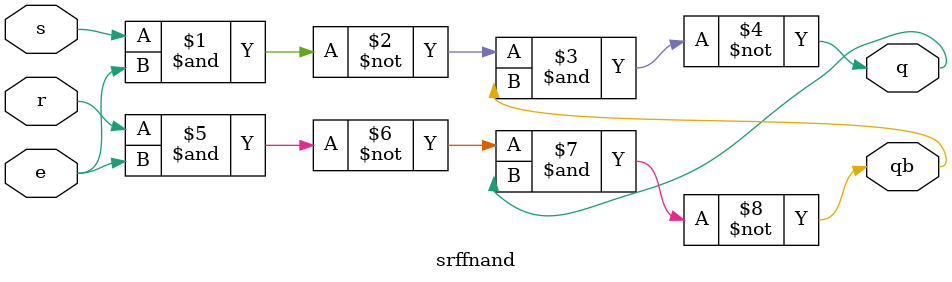
<source format=v>
`timescale 1ns / 1ps

module srffnand(
  input e,  
  input r,  
  input s,  
  output q, 
  output qb
);

assign q  = ~((~(s&e))&qb);
assign qb = ~((~(r&e))&q);

endmodule
</source>
